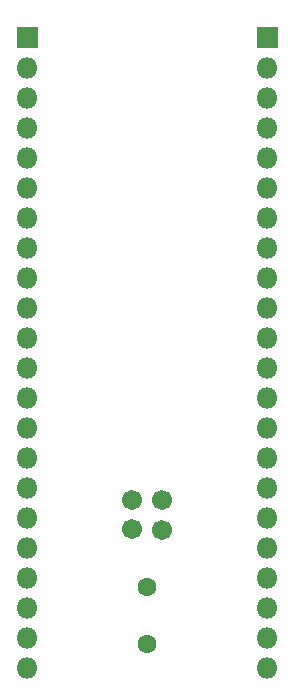
<source format=gbs>
%TF.GenerationSoftware,KiCad,Pcbnew,(5.1.7)-1*%
%TF.CreationDate,2020-11-07T21:13:55-05:00*%
%TF.ProjectId,ATmega32u4 Breakout,41546d65-6761-4333-9275-342042726561,rev?*%
%TF.SameCoordinates,Original*%
%TF.FileFunction,Soldermask,Bot*%
%TF.FilePolarity,Negative*%
%FSLAX46Y46*%
G04 Gerber Fmt 4.6, Leading zero omitted, Abs format (unit mm)*
G04 Created by KiCad (PCBNEW (5.1.7)-1) date 2020-11-07 21:13:55*
%MOMM*%
%LPD*%
G01*
G04 APERTURE LIST*
%ADD10C,1.601600*%
%ADD11O,1.801600X1.801600*%
%ADD12C,1.701600*%
G04 APERTURE END LIST*
D10*
%TO.C,Y1*%
X141986000Y-117602000D03*
X141986000Y-122482000D03*
%TD*%
%TO.C,J1*%
G36*
G01*
X130925200Y-71970000D02*
X130925200Y-70270000D01*
G75*
G02*
X130976000Y-70219200I50800J0D01*
G01*
X132676000Y-70219200D01*
G75*
G02*
X132726800Y-70270000I0J-50800D01*
G01*
X132726800Y-71970000D01*
G75*
G02*
X132676000Y-72020800I-50800J0D01*
G01*
X130976000Y-72020800D01*
G75*
G02*
X130925200Y-71970000I0J50800D01*
G01*
G37*
D11*
X131826000Y-73660000D03*
X131826000Y-76200000D03*
X131826000Y-78740000D03*
X131826000Y-81280000D03*
X131826000Y-83820000D03*
X131826000Y-86360000D03*
X131826000Y-88900000D03*
X131826000Y-91440000D03*
X131826000Y-93980000D03*
X131826000Y-96520000D03*
X131826000Y-99060000D03*
X131826000Y-101600000D03*
X131826000Y-104140000D03*
X131826000Y-106680000D03*
X131826000Y-109220000D03*
X131826000Y-111760000D03*
X131826000Y-114300000D03*
X131826000Y-116840000D03*
X131826000Y-119380000D03*
X131826000Y-121920000D03*
X131826000Y-124460000D03*
%TD*%
%TO.C,J2*%
X152146000Y-124460000D03*
X152146000Y-121920000D03*
X152146000Y-119380000D03*
X152146000Y-116840000D03*
X152146000Y-114300000D03*
X152146000Y-111760000D03*
X152146000Y-109220000D03*
X152146000Y-106680000D03*
X152146000Y-104140000D03*
X152146000Y-101600000D03*
X152146000Y-99060000D03*
X152146000Y-96520000D03*
X152146000Y-93980000D03*
X152146000Y-91440000D03*
X152146000Y-88900000D03*
X152146000Y-86360000D03*
X152146000Y-83820000D03*
X152146000Y-81280000D03*
X152146000Y-78740000D03*
X152146000Y-76200000D03*
X152146000Y-73660000D03*
G36*
G01*
X151245200Y-71970000D02*
X151245200Y-70270000D01*
G75*
G02*
X151296000Y-70219200I50800J0D01*
G01*
X152996000Y-70219200D01*
G75*
G02*
X153046800Y-70270000I0J-50800D01*
G01*
X153046800Y-71970000D01*
G75*
G02*
X152996000Y-72020800I-50800J0D01*
G01*
X151296000Y-72020800D01*
G75*
G02*
X151245200Y-71970000I0J50800D01*
G01*
G37*
%TD*%
D12*
%TO.C,C2*%
X143256000Y-112776000D03*
X143256000Y-110276000D03*
%TD*%
%TO.C,C1*%
X140716000Y-112736000D03*
X140716000Y-110236000D03*
%TD*%
M02*

</source>
